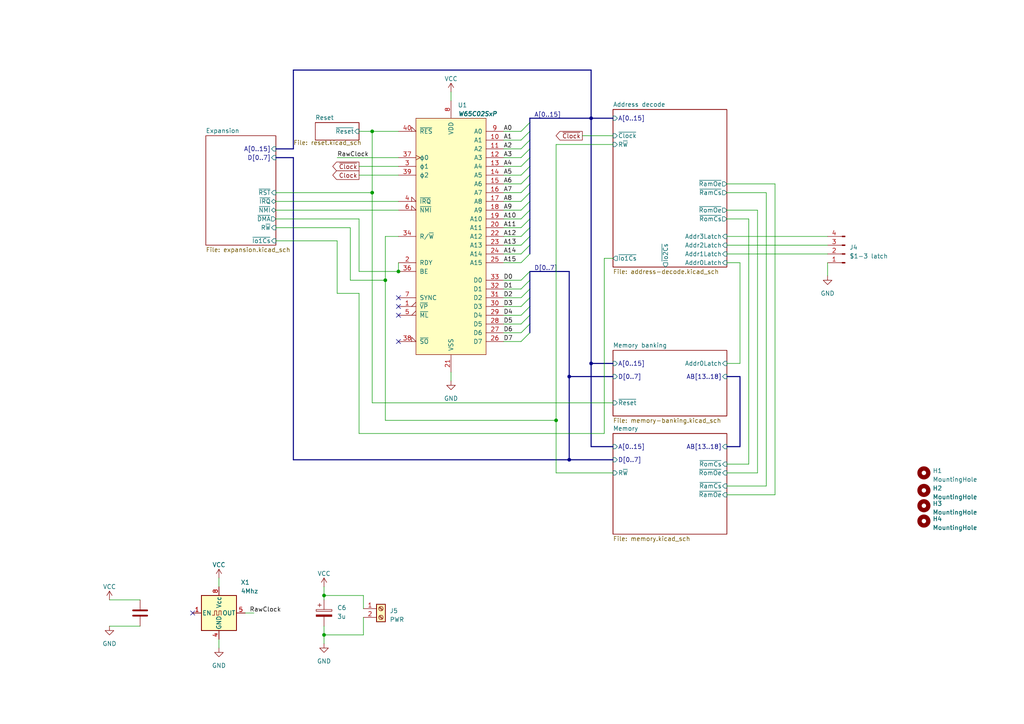
<source format=kicad_sch>
(kicad_sch (version 20230121) (generator eeschema)
  (paper "A4")
  (lib_symbols
    (symbol "65xx:W65C02SxP" (pin_names (offset 1.016))
      (property "Reference" "U" (at -10.16 35.56 0))
      (property "Value" "W65C02SxP" (at 0 0 90))
      (symbol "W65C02SxP_0_1"
        (rectangle (start -10.16 34.29) (end 10.16 -34.29) (fill (type background)))
      )
      (symbol "W65C02SxP_1_1"
        (pin output output_low (at -15.24 -20.32 0) (length 5.08) (name "~{VP}") (number "1"))
        (pin tri_state line (at 15.24 27.94 180) (length 5.08) (name "A1") (number "10"))
        (pin tri_state line (at 15.24 25.4 180) (length 5.08) (name "A2") (number "11"))
        (pin tri_state line (at 15.24 22.86 180) (length 5.08) (name "A3") (number "12"))
        (pin tri_state line (at 15.24 20.32 180) (length 5.08) (name "A4") (number "13"))
        (pin tri_state line (at 15.24 17.78 180) (length 5.08) (name "A5") (number "14"))
        (pin tri_state line (at 15.24 15.24 180) (length 5.08) (name "A6") (number "15"))
        (pin tri_state line (at 15.24 12.7 180) (length 5.08) (name "A7") (number "16"))
        (pin tri_state line (at 15.24 10.16 180) (length 5.08) (name "A8") (number "17"))
        (pin tri_state line (at 15.24 7.62 180) (length 5.08) (name "A9") (number "18"))
        (pin tri_state line (at 15.24 5.08 180) (length 5.08) (name "A10") (number "19"))
        (pin open_collector line (at -15.24 -7.62 0) (length 5.08) (name "RDY") (number "2"))
        (pin tri_state line (at 15.24 2.54 180) (length 5.08) (name "A11") (number "20"))
        (pin power_in line (at 0 -39.37 90) (length 5.08) (name "VSS") (number "21"))
        (pin tri_state line (at 15.24 0 180) (length 5.08) (name "A12") (number "22"))
        (pin tri_state line (at 15.24 -2.54 180) (length 5.08) (name "A13") (number "23"))
        (pin tri_state line (at 15.24 -5.08 180) (length 5.08) (name "A14") (number "24"))
        (pin tri_state line (at 15.24 -7.62 180) (length 5.08) (name "A15") (number "25"))
        (pin bidirectional line (at 15.24 -30.48 180) (length 5.08) (name "D7") (number "26"))
        (pin bidirectional line (at 15.24 -27.94 180) (length 5.08) (name "D6") (number "27"))
        (pin bidirectional line (at 15.24 -25.4 180) (length 5.08) (name "D5") (number "28"))
        (pin bidirectional line (at 15.24 -22.86 180) (length 5.08) (name "D4") (number "29"))
        (pin output line (at -15.24 20.32 0) (length 5.08) (name "ϕ1") (number "3"))
        (pin bidirectional line (at 15.24 -20.32 180) (length 5.08) (name "D3") (number "30"))
        (pin bidirectional line (at 15.24 -17.78 180) (length 5.08) (name "D2") (number "31"))
        (pin bidirectional line (at 15.24 -15.24 180) (length 5.08) (name "D1") (number "32"))
        (pin bidirectional line (at 15.24 -12.7 180) (length 5.08) (name "D0") (number "33"))
        (pin tri_state line (at -15.24 0 0) (length 5.08) (name "R/~{W}") (number "34"))
        (pin no_connect non_logic (at -10.16 -27.94 0) (length 2.54) hide (name "nc") (number "35"))
        (pin input line (at -15.24 -10.16 0) (length 5.08) (name "BE") (number "36"))
        (pin input clock (at -15.24 22.86 0) (length 5.08) (name "ϕ0") (number "37"))
        (pin input input_low (at -15.24 -30.48 0) (length 5.08) (name "~{SO}") (number "38"))
        (pin output line (at -15.24 17.78 0) (length 5.08) (name "ϕ2") (number "39"))
        (pin input input_low (at -15.24 10.16 0) (length 5.08) (name "~{IRQ}") (number "4"))
        (pin input input_low (at -15.24 30.48 0) (length 5.08) (name "~{RES}") (number "40"))
        (pin output output_low (at -15.24 -22.86 0) (length 5.08) (name "~{ML}") (number "5"))
        (pin input input_low (at -15.24 7.62 0) (length 5.08) (name "~{NMI}") (number "6"))
        (pin output line (at -15.24 -17.78 0) (length 5.08) (name "SYNC") (number "7"))
        (pin power_in line (at 0 39.37 270) (length 5.08) (name "VDD") (number "8"))
        (pin tri_state line (at 15.24 30.48 180) (length 5.08) (name "A0") (number "9"))
      )
    )
    (symbol "Connector:Conn_01x04_Pin" (pin_names (offset 1.016) hide)
      (property "Reference" "J" (at 0 5.08 0))
      (property "Value" "Conn_01x04_Pin" (at 0 -7.62 0))
      (symbol "Conn_01x04_Pin_1_1"
        (polyline (pts (xy 1.27 -5.08) (xy 0.8636 -5.08)) (stroke (width 0.1524)))
        (polyline (pts (xy 1.27 -2.54) (xy 0.8636 -2.54)) (stroke (width 0.1524)))
        (polyline (pts (xy 1.27 0) (xy 0.8636 0)) (stroke (width 0.1524)))
        (polyline (pts (xy 1.27 2.54) (xy 0.8636 2.54)) (stroke (width 0.1524)))
        (rectangle (start 0.8636 -4.953) (end 0 -5.207) (stroke (width 0.1524)) (fill (type outline)))
        (rectangle (start 0.8636 -2.413) (end 0 -2.667) (stroke (width 0.1524)) (fill (type outline)))
        (rectangle (start 0.8636 0.127) (end 0 -0.127) (stroke (width 0.1524)) (fill (type outline)))
        (rectangle (start 0.8636 2.667) (end 0 2.413) (stroke (width 0.1524)) (fill (type outline)))
        (pin passive line (at 5.08 2.54 180) (length 3.81) (name "Pin_1") (number "1"))
        (pin passive line (at 5.08 0 180) (length 3.81) (name "Pin_2") (number "2"))
        (pin passive line (at 5.08 -2.54 180) (length 3.81) (name "Pin_3") (number "3"))
        (pin passive line (at 5.08 -5.08 180) (length 3.81) (name "Pin_4") (number "4"))
      )
    )
    (symbol "Connector:Screw_Terminal_01x02" (pin_names (offset 1.016) hide)
      (property "Reference" "J" (at 0 2.54 0))
      (property "Value" "Screw_Terminal_01x02" (at 0 -5.08 0))
      (symbol "Screw_Terminal_01x02_1_1"
        (rectangle (start -1.27 1.27) (end 1.27 -3.81) (stroke (width 0.254)) (fill (type background)))
        (circle (center 0 -2.54) (radius 0.635) (stroke (width 0.1524)))
        (polyline (pts (xy -0.5334 -2.2098) (xy 0.3302 -3.048)) (stroke (width 0.1524)))
        (polyline (pts (xy -0.5334 0.3302) (xy 0.3302 -0.508)) (stroke (width 0.1524)))
        (polyline (pts (xy -0.3556 -2.032) (xy 0.508 -2.8702)) (stroke (width 0.1524)))
        (polyline (pts (xy -0.3556 0.508) (xy 0.508 -0.3302)) (stroke (width 0.1524)))
        (circle (center 0 0) (radius 0.635) (stroke (width 0.1524)))
        (pin passive line (at -5.08 0 0) (length 3.81) (name "Pin_1") (number "1"))
        (pin passive line (at -5.08 -2.54 0) (length 3.81) (name "Pin_2") (number "2"))
      )
    )
    (symbol "Device:C" (pin_numbers hide) (pin_names (offset 0.254))
      (property "Reference" "C" (at 0.635 2.54 0))
      (property "Value" "C" (at 0.635 -2.54 0))
      (symbol "C_0_1"
        (polyline (pts (xy -2.032 -0.762) (xy 2.032 -0.762)) (stroke (width 0.508)))
        (polyline (pts (xy -2.032 0.762) (xy 2.032 0.762)) (stroke (width 0.508)))
      )
      (symbol "C_1_1"
        (pin passive line (at 0 3.81 270) (length 2.794) (name "~") (number "1"))
        (pin passive line (at 0 -3.81 90) (length 2.794) (name "~") (number "2"))
      )
    )
    (symbol "Device:C_Polarized" (pin_numbers hide) (pin_names (offset 0.254))
      (property "Reference" "C" (at 0.635 2.54 0))
      (property "Value" "C_Polarized" (at 0.635 -2.54 0))
      (symbol "C_Polarized_0_1"
        (rectangle (start -2.286 0.508) (end 2.286 1.016))
        (polyline (pts (xy -1.778 2.286) (xy -0.762 2.286)))
        (polyline (pts (xy -1.27 2.794) (xy -1.27 1.778)))
        (rectangle (start 2.286 -0.508) (end -2.286 -1.016) (fill (type outline)))
      )
      (symbol "C_Polarized_1_1"
        (pin passive line (at 0 3.81 270) (length 2.794) (name "~") (number "1"))
        (pin passive line (at 0 -3.81 90) (length 2.794) (name "~") (number "2"))
      )
    )
    (symbol "Mechanical:MountingHole" (pin_names (offset 1.016))
      (property "Reference" "H" (at 0 5.08 0))
      (property "Value" "MountingHole" (at 0 3.175 0))
      (symbol "MountingHole_0_1"
        (circle (center 0 0) (radius 1.27) (stroke (width 1.27)))
      )
    )
    (symbol "Oscillator:CXO_DIP8" (pin_names (offset 0.254))
      (property "Reference" "X" (at -5.08 6.35 0))
      (property "Value" "CXO_DIP8" (at 1.27 -6.35 0))
      (symbol "CXO_DIP8_0_1"
        (rectangle (start -5.08 5.08) (end 5.08 -5.08) (stroke (width 0.254)) (fill (type background)))
        (polyline (pts (xy -1.905 -0.635) (xy -1.27 -0.635) (xy -1.27 0.635) (xy -0.635 0.635) (xy -0.635 -0.635) (xy 0 -0.635) (xy 0 0.635) (xy 0.635 0.635) (xy 0.635 -0.635)))
      )
      (symbol "CXO_DIP8_1_1"
        (pin input line (at -7.62 0 0) (length 2.54) (name "EN") (number "1"))
        (pin power_in line (at 0 -7.62 90) (length 2.54) (name "GND") (number "4"))
        (pin output line (at 7.62 0 180) (length 2.54) (name "OUT") (number "5"))
        (pin power_in line (at 0 7.62 270) (length 2.54) (name "Vcc") (number "8"))
      )
    )
    (symbol "power:GND" (power) (pin_names (offset 0))
      (property "Value" "GND" (at 0 -3.81 0))
      (symbol "GND_0_1"
        (polyline (pts (xy 0 0) (xy 0 -1.27) (xy 1.27 -1.27) (xy 0 -2.54) (xy -1.27 -1.27) (xy 0 -1.27)))
      )
      (symbol "GND_1_1"
        (pin power_in line (at 0 0 270) (length 0) hide (name "GND") (number "1"))
      )
    )
    (symbol "power:VCC" (power) (pin_names (offset 0))
      (property "Value" "VCC" (at 0 3.81 0))
      (symbol "VCC_0_1"
        (polyline (pts (xy -0.762 1.27) (xy 0 2.54)))
        (polyline (pts (xy 0 0) (xy 0 2.54)))
        (polyline (pts (xy 0 2.54) (xy 0.762 1.27)))
      )
      (symbol "VCC_1_1"
        (pin power_in line (at 0 0 90) (length 0) hide (name "VCC") (number "1"))
      )
    )
  )
  (junction (at 93.98 172.72))
  (junction (at 171.45 34.29))
  (junction (at 111.76 81.28))
  (junction (at 107.95 55.88))
  (junction (at 165.1 109.22))
  (junction (at 171.45 105.41))
  (junction (at 93.98 184.15))
  (junction (at 165.1 133.35))
  (junction (at 107.95 38.1))
  (junction (at 115.57 78.74))
  (junction (at 161.29 121.92))
  (no_connect (at 115.57 86.36))
  (no_connect (at 55.88 177.8))
  (no_connect (at 115.57 88.9))
  (no_connect (at 115.57 91.44))
  (no_connect (at 115.57 99.06))
  (bus_entry (at 153.67 78.74) (size -2.54 2.54))
  (bus_entry (at 153.67 66.04) (size -2.54 2.54))
  (bus_entry (at 153.67 71.12) (size -2.54 2.54))
  (bus_entry (at 153.67 96.52) (size -2.54 2.54))
  (bus_entry (at 153.67 73.66) (size -2.54 2.54))
  (bus_entry (at 153.67 58.42) (size -2.54 2.54))
  (bus_entry (at 153.67 38.1) (size -2.54 2.54))
  (bus_entry (at 153.67 68.58) (size -2.54 2.54))
  (bus_entry (at 153.67 43.18) (size -2.54 2.54))
  (bus_entry (at 153.67 88.9) (size -2.54 2.54))
  (bus_entry (at 153.67 40.64) (size -2.54 2.54))
  (bus_entry (at 153.67 55.88) (size -2.54 2.54))
  (bus_entry (at 153.67 86.36) (size -2.54 2.54))
  (bus_entry (at 153.67 60.96) (size -2.54 2.54))
  (bus_entry (at 153.67 83.82) (size -2.54 2.54))
  (bus_entry (at 153.67 93.98) (size -2.54 2.54))
  (bus_entry (at 153.67 81.28) (size -2.54 2.54))
  (bus_entry (at 153.67 50.8) (size -2.54 2.54))
  (bus_entry (at 153.67 35.56) (size -2.54 2.54))
  (bus_entry (at 153.67 91.44) (size -2.54 2.54))
  (bus_entry (at 153.67 48.26) (size -2.54 2.54))
  (bus_entry (at 153.67 63.5) (size -2.54 2.54))
  (bus_entry (at 153.67 45.72) (size -2.54 2.54))
  (bus_entry (at 153.67 53.34) (size -2.54 2.54))
  (wire (pts (xy 222.25 140.97) (xy 210.82 140.97)))
  (wire (pts (xy 161.29 137.16) (xy 177.8 137.16)))
  (wire (pts (xy 146.05 40.64) (xy 151.13 40.64)))
  (wire (pts (xy 210.82 55.88) (xy 222.25 55.88)))
  (wire (pts (xy 111.76 68.58) (xy 111.76 81.28)))
  (bus (pts (xy 85.09 45.72) (xy 80.01 45.72)))
  (wire (pts (xy 107.95 38.1) (xy 107.95 55.88)))
  (wire (pts (xy 146.05 63.5) (xy 151.13 63.5)))
  (wire (pts (xy 175.26 125.73) (xy 104.14 125.73)))
  (wire (pts (xy 130.81 26.67) (xy 130.81 29.21)))
  (bus (pts (xy 153.67 66.04) (xy 153.67 68.58)))
  (wire (pts (xy 80.01 55.88) (xy 107.95 55.88)))
  (wire (pts (xy 115.57 60.96) (xy 80.01 60.96)))
  (wire (pts (xy 111.76 81.28) (xy 111.76 121.92)))
  (bus (pts (xy 153.67 88.9) (xy 153.67 91.44)))
  (wire (pts (xy 97.79 85.09) (xy 97.79 69.85)))
  (bus (pts (xy 85.09 45.72) (xy 85.09 133.35)))
  (wire (pts (xy 240.03 80.01) (xy 240.03 76.2)))
  (wire (pts (xy 214.63 105.41) (xy 214.63 76.2)))
  (wire (pts (xy 80.01 58.42) (xy 115.57 58.42)))
  (wire (pts (xy 177.8 74.93) (xy 175.26 74.93)))
  (bus (pts (xy 153.67 55.88) (xy 153.67 58.42)))
  (wire (pts (xy 115.57 76.2) (xy 115.57 78.74)))
  (bus (pts (xy 153.67 71.12) (xy 153.67 73.66)))
  (bus (pts (xy 165.1 109.22) (xy 165.1 78.74)))
  (wire (pts (xy 224.79 53.34) (xy 224.79 143.51)))
  (bus (pts (xy 214.63 109.22) (xy 214.63 129.54)))
  (wire (pts (xy 146.05 50.8) (xy 151.13 50.8)))
  (bus (pts (xy 171.45 34.29) (xy 171.45 20.32)))
  (wire (pts (xy 146.05 99.06) (xy 151.13 99.06)))
  (bus (pts (xy 153.67 78.74) (xy 153.67 81.28)))
  (wire (pts (xy 73.66 177.8) (xy 71.12 177.8)))
  (wire (pts (xy 97.79 45.72) (xy 115.57 45.72)))
  (bus (pts (xy 153.67 40.64) (xy 153.67 43.18)))
  (wire (pts (xy 63.5 167.64) (xy 63.5 170.18)))
  (wire (pts (xy 31.75 173.99) (xy 40.64 173.99)))
  (wire (pts (xy 111.76 121.92) (xy 161.29 121.92)))
  (wire (pts (xy 115.57 78.74) (xy 104.14 78.74)))
  (wire (pts (xy 93.98 184.15) (xy 93.98 186.69)))
  (wire (pts (xy 146.05 91.44) (xy 151.13 91.44)))
  (wire (pts (xy 161.29 41.91) (xy 161.29 121.92)))
  (wire (pts (xy 146.05 48.26) (xy 151.13 48.26)))
  (wire (pts (xy 146.05 96.52) (xy 151.13 96.52)))
  (wire (pts (xy 101.6 81.28) (xy 111.76 81.28)))
  (wire (pts (xy 224.79 143.51) (xy 210.82 143.51)))
  (wire (pts (xy 130.81 110.49) (xy 130.81 107.95)))
  (bus (pts (xy 153.67 78.74) (xy 165.1 78.74)))
  (wire (pts (xy 104.14 38.1) (xy 107.95 38.1)))
  (bus (pts (xy 153.67 50.8) (xy 153.67 53.34)))
  (wire (pts (xy 146.05 53.34) (xy 151.13 53.34)))
  (bus (pts (xy 153.67 93.98) (xy 153.67 96.52)))
  (wire (pts (xy 104.14 85.09) (xy 97.79 85.09)))
  (wire (pts (xy 146.05 88.9) (xy 151.13 88.9)))
  (wire (pts (xy 146.05 55.88) (xy 151.13 55.88)))
  (bus (pts (xy 153.67 53.34) (xy 153.67 55.88)))
  (bus (pts (xy 153.67 45.72) (xy 153.67 48.26)))
  (wire (pts (xy 31.75 181.61) (xy 40.64 181.61)))
  (bus (pts (xy 153.67 83.82) (xy 153.67 86.36)))
  (wire (pts (xy 146.05 71.12) (xy 151.13 71.12)))
  (wire (pts (xy 107.95 38.1) (xy 115.57 38.1)))
  (wire (pts (xy 210.82 53.34) (xy 224.79 53.34)))
  (bus (pts (xy 153.67 34.29) (xy 171.45 34.29)))
  (wire (pts (xy 210.82 105.41) (xy 214.63 105.41)))
  (wire (pts (xy 105.41 172.72) (xy 105.41 176.53)))
  (bus (pts (xy 153.67 68.58) (xy 153.67 71.12)))
  (wire (pts (xy 107.95 55.88) (xy 107.95 116.84)))
  (wire (pts (xy 151.13 38.1) (xy 146.05 38.1)))
  (bus (pts (xy 171.45 34.29) (xy 171.45 105.41)))
  (wire (pts (xy 146.05 76.2) (xy 151.13 76.2)))
  (bus (pts (xy 153.67 63.5) (xy 153.67 66.04)))
  (bus (pts (xy 165.1 133.35) (xy 85.09 133.35)))
  (wire (pts (xy 217.17 63.5) (xy 217.17 134.62)))
  (bus (pts (xy 153.67 58.42) (xy 153.67 60.96)))
  (bus (pts (xy 171.45 34.29) (xy 177.8 34.29)))
  (bus (pts (xy 171.45 105.41) (xy 177.8 105.41)))
  (wire (pts (xy 146.05 73.66) (xy 151.13 73.66)))
  (wire (pts (xy 210.82 71.12) (xy 240.03 71.12)))
  (wire (pts (xy 214.63 76.2) (xy 210.82 76.2)))
  (wire (pts (xy 105.41 184.15) (xy 93.98 184.15)))
  (bus (pts (xy 153.67 35.56) (xy 153.67 38.1)))
  (wire (pts (xy 210.82 63.5) (xy 217.17 63.5)))
  (wire (pts (xy 115.57 68.58) (xy 111.76 68.58)))
  (wire (pts (xy 93.98 170.18) (xy 93.98 172.72)))
  (bus (pts (xy 165.1 109.22) (xy 165.1 133.35)))
  (wire (pts (xy 177.8 41.91) (xy 161.29 41.91)))
  (wire (pts (xy 219.71 137.16) (xy 210.82 137.16)))
  (wire (pts (xy 168.91 39.37) (xy 177.8 39.37)))
  (wire (pts (xy 161.29 121.92) (xy 161.29 137.16)))
  (bus (pts (xy 177.8 109.22) (xy 165.1 109.22)))
  (bus (pts (xy 171.45 129.54) (xy 171.45 105.41)))
  (wire (pts (xy 101.6 66.04) (xy 101.6 81.28)))
  (wire (pts (xy 105.41 179.07) (xy 105.41 184.15)))
  (wire (pts (xy 146.05 83.82) (xy 151.13 83.82)))
  (wire (pts (xy 146.05 58.42) (xy 151.13 58.42)))
  (wire (pts (xy 104.14 125.73) (xy 104.14 85.09)))
  (wire (pts (xy 93.98 172.72) (xy 93.98 173.99)))
  (wire (pts (xy 93.98 181.61) (xy 93.98 184.15)))
  (bus (pts (xy 165.1 133.35) (xy 177.8 133.35)))
  (wire (pts (xy 80.01 66.04) (xy 101.6 66.04)))
  (wire (pts (xy 104.14 48.26) (xy 115.57 48.26)))
  (wire (pts (xy 217.17 134.62) (xy 210.82 134.62)))
  (wire (pts (xy 151.13 81.28) (xy 146.05 81.28)))
  (wire (pts (xy 175.26 74.93) (xy 175.26 125.73)))
  (wire (pts (xy 80.01 63.5) (xy 104.14 63.5)))
  (bus (pts (xy 153.67 34.29) (xy 153.67 35.56)))
  (wire (pts (xy 222.25 55.88) (xy 222.25 140.97)))
  (wire (pts (xy 97.79 69.85) (xy 80.01 69.85)))
  (bus (pts (xy 153.67 86.36) (xy 153.67 88.9)))
  (wire (pts (xy 210.82 68.58) (xy 240.03 68.58)))
  (wire (pts (xy 63.5 187.96) (xy 63.5 185.42)))
  (wire (pts (xy 104.14 50.8) (xy 115.57 50.8)))
  (wire (pts (xy 146.05 60.96) (xy 151.13 60.96)))
  (wire (pts (xy 210.82 60.96) (xy 219.71 60.96)))
  (wire (pts (xy 107.95 116.84) (xy 177.8 116.84)))
  (bus (pts (xy 210.82 109.22) (xy 214.63 109.22)))
  (bus (pts (xy 153.67 81.28) (xy 153.67 83.82)))
  (wire (pts (xy 146.05 66.04) (xy 151.13 66.04)))
  (wire (pts (xy 104.14 63.5) (xy 104.14 78.74)))
  (bus (pts (xy 85.09 20.32) (xy 85.09 43.18)))
  (wire (pts (xy 146.05 86.36) (xy 151.13 86.36)))
  (bus (pts (xy 177.8 129.54) (xy 171.45 129.54)))
  (bus (pts (xy 153.67 91.44) (xy 153.67 93.98)))
  (wire (pts (xy 93.98 172.72) (xy 105.41 172.72)))
  (wire (pts (xy 219.71 60.96) (xy 219.71 137.16)))
  (wire (pts (xy 146.05 93.98) (xy 151.13 93.98)))
  (wire (pts (xy 146.05 43.18) (xy 151.13 43.18)))
  (bus (pts (xy 85.09 43.18) (xy 80.01 43.18)))
  (bus (pts (xy 153.67 60.96) (xy 153.67 63.5)))
  (bus (pts (xy 153.67 43.18) (xy 153.67 45.72)))
  (wire (pts (xy 146.05 68.58) (xy 151.13 68.58)))
  (bus (pts (xy 171.45 20.32) (xy 85.09 20.32)))
  (wire (pts (xy 210.82 73.66) (xy 240.03 73.66)))
  (wire (pts (xy 146.05 45.72) (xy 151.13 45.72)))
  (bus (pts (xy 153.67 38.1) (xy 153.67 40.64)))
  (bus (pts (xy 153.67 48.26) (xy 153.67 50.8)))
  (bus (pts (xy 214.63 129.54) (xy 210.82 129.54)))
  (label "A13" (at 146.05 71.12 0))
  (label "A0" (at 146.05 38.1 0))
  (label "A2" (at 146.05 43.18 0))
  (label "A11" (at 146.05 66.04 0))
  (label "RawClock" (at 97.79 45.72 0))
  (label "D[0..7]" (at 154.94 78.74 0))
  (label "D5" (at 146.05 93.98 0))
  (label "D1" (at 146.05 83.82 0))
  (label "A1" (at 146.05 40.64 0))
  (label "D2" (at 146.05 86.36 0))
  (label "A9" (at 146.05 60.96 0))
  (label "A7" (at 146.05 55.88 0))
  (label "A4" (at 146.05 48.26 0))
  (label "RawClock" (at 72.39 177.8 0))
  (label "D3" (at 146.05 88.9 0))
  (label "D7" (at 146.05 99.06 0))
  (label "A5" (at 146.05 50.8 0))
  (label "A3" (at 146.05 45.72 0))
  (label "A10" (at 146.05 63.5 0))
  (label "A15" (at 146.05 76.2 0))
  (label "A12" (at 146.05 68.58 0))
  (label "A6" (at 146.05 53.34 0))
  (label "A8" (at 146.05 58.42 0))
  (label "D6" (at 146.05 96.52 0))
  (label "A14" (at 146.05 73.66 0))
  (label "D4" (at 146.05 91.44 0))
  (label "A[0..15]" (at 154.94 34.29 0))
  (label "D0" (at 146.05 81.28 0))
  (global_label "Clock" (shape output) (at 104.14 50.8 180) (property "Intersheetrefs" "${INTERSHEET_REFS}" (effects hide)))
  (global_label "~{Clock}" (shape output) (at 104.14 48.26 180) (property "Intersheetrefs" "${INTERSHEET_REFS}" (effects hide)))
  (global_label "~{Clock}" (shape output) (at 168.91 39.37 180) (property "Intersheetrefs" "${INTERSHEET_REFS}" (effects hide)))
  (symbol (lib_id "Device:C") (at 40.64 177.8 0) (unit 1)
    (property "Reference" "C4" (effects hide))
    (property "Value" "100n" (effects hide))
    (property "Footprint" "Capacitor_THT:C_Disc_D6.0mm_W2.5mm_P5.00mm" (effects hide))
  )
  (symbol (lib_id "power:VCC") (at 130.81 26.67 0) (unit 1)
    (property "Reference" "#PWR01" (effects hide))
    (property "Value" "VCC" (at 130.81 22.86 0))
  )
  (symbol (lib_id "Connector:Conn_01x04_Pin") (at 245.11 73.66 180) (unit 1)
    (property "Reference" "J4" (at 246.38 71.755 0) (effects (justify right)))
    (property "Value" "$1-3 latch" (at 246.38 74.295 0) (effects (justify right)))
    (property "Footprint" "Connector_PinHeader_2.54mm:PinHeader_1x04_P2.54mm_Vertical" (effects hide))
  )
  (symbol (lib_id "65xx:W65C02SxP") (at 130.81 68.58 0) (unit 1)
    (property "Reference" "U1" (at 132.7659 30.48 0) (effects (justify left)))
    (property "Value" "W65C02SxP" (at 132.7659 33.02 0) (effects (font bold italic) (justify left)))
    (property "Footprint" "Package_DIP:DIP-40_W15.24mm" (effects hide))
    (property "Datasheet" "http://www.westerndesigncenter.com/wdc/documentation/w65c02s.pdf" (effects hide))
  )
  (symbol (lib_id "power:VCC") (at 63.5 167.64 0) (unit 1)
    (property "Reference" "#PWR011" (effects hide))
    (property "Value" "VCC" (at 63.5 163.83 0))
  )
  (symbol (lib_id "Mechanical:MountingHole") (at 267.97 137.16 0) (unit 1)
    (property "Reference" "H1" (at 270.51 136.525 0) (effects (justify left)))
    (property "Value" "MountingHole" (at 270.51 139.065 0) (effects (justify left)))
    (property "Footprint" "MountingHole:MountingHole_2.1mm" (effects hide))
  )
  (symbol (lib_id "Oscillator:CXO_DIP8") (at 63.5 177.8 0) (unit 1)
    (property "Reference" "X1" (at 71.12 168.91 0))
    (property "Value" "4Mhz" (at 72.39 171.45 0))
    (property "Footprint" "Oscillator:Oscillator_DIP-8" (effects hide))
    (property "Datasheet" "http://cdn-reichelt.de/documents/datenblatt/B400/OSZI.pdf" (effects hide))
  )
  (symbol (lib_id "Mechanical:MountingHole") (at 267.97 151.13 0) (unit 1)
    (property "Reference" "H4" (at 270.51 150.495 0) (effects (justify left)))
    (property "Value" "MountingHole" (at 270.51 153.035 0) (effects (justify left)))
    (property "Footprint" "MountingHole:MountingHole_2.1mm" (effects hide))
  )
  (symbol (lib_id "power:GND") (at 31.75 181.61 0) (unit 1)
    (property "Reference" "#PWR010" (effects hide))
    (property "Value" "GND" (at 31.75 186.69 0))
  )
  (symbol (lib_id "power:VCC") (at 31.75 173.99 0) (unit 1)
    (property "Reference" "#PWR09" (effects hide))
    (property "Value" "VCC" (at 31.75 170.18 0))
  )
  (symbol (lib_id "power:GND") (at 240.03 80.01 0) (unit 1)
    (property "Reference" "#PWR050" (effects hide))
    (property "Value" "GND" (at 240.03 85.09 0))
  )
  (symbol (lib_id "power:GND") (at 93.98 186.69 0) (unit 1)
    (property "Reference" "#PWR052" (effects hide))
    (property "Value" "GND" (at 93.98 191.77 0))
  )
  (symbol (lib_id "Mechanical:MountingHole") (at 267.97 142.24 0) (unit 1)
    (property "Reference" "H2" (at 270.51 141.605 0) (effects (justify left)))
    (property "Value" "MountingHole" (at 270.51 144.145 0) (effects (justify left)))
    (property "Footprint" "MountingHole:MountingHole_2.1mm" (effects hide))
  )
  (symbol (lib_id "power:GND") (at 130.81 110.49 0) (unit 1)
    (property "Reference" "#PWR02" (effects hide))
    (property "Value" "GND" (at 130.81 115.57 0))
  )
  (symbol (lib_id "Connector:Screw_Terminal_01x02") (at 110.49 176.53 0) (unit 1)
    (property "Reference" "J5" (at 113.03 177.165 0) (effects (justify left)))
    (property "Value" "PWR" (at 113.03 179.705 0) (effects (justify left)))
    (property "Footprint" "TerminalBlock:TerminalBlock_Altech_AK300-2_P5.00mm" (effects hide))
  )
  (symbol (lib_id "Mechanical:MountingHole") (at 267.97 146.685 0) (unit 1)
    (property "Reference" "H3" (at 270.51 146.05 0) (effects (justify left)))
    (property "Value" "MountingHole" (at 270.51 148.59 0) (effects (justify left)))
    (property "Footprint" "MountingHole:MountingHole_2.1mm" (effects hide))
  )
  (symbol (lib_id "power:GND") (at 63.5 187.96 0) (unit 1)
    (property "Reference" "#PWR012" (effects hide))
    (property "Value" "GND" (at 63.5 193.04 0))
  )
  (symbol (lib_id "power:VCC") (at 93.98 170.18 0) (unit 1)
    (property "Reference" "#PWR051" (effects hide))
    (property "Value" "VCC" (at 93.98 166.37 0))
  )
  (symbol (lib_id "Device:C_Polarized") (at 93.98 177.8 0) (unit 1)
    (property "Reference" "C6" (at 97.79 176.276 0) (effects (justify left)))
    (property "Value" "3u" (at 97.79 178.816 0) (effects (justify left)))
    (property "Footprint" "Capacitor_THT:CP_Radial_D8.0mm_P3.50mm" (effects hide))
  )
  (sheet (at 177.8 31.75) (size 33.02 45.72) (stroke (width 0.1524))
    (property "Sheetname" "Address decode" (at 177.8 31.0384 0) (effects (justify left bottom)))
    (property "Sheetfile" "address-decode.kicad_sch" (at 177.8 78.0546 0) (effects (justify left top)))
    (pin "A[0..15]" input (at 177.8 34.29 180))
    (pin "~{Clock}" input (at 177.8 39.37 180))
    (pin "Addr3Latch" input (at 210.82 68.58 0))
    (pin "Addr0Latch" input (at 210.82 76.2 0))
    (pin "Addr2Latch" input (at 210.82 71.12 0))
    (pin "Addr1Latch" input (at 210.82 73.66 0))
    (pin "R~{W}" input (at 177.8 41.91 180))
    (pin "~{RomOe}" output (at 210.82 60.96 0))
    (pin "~{Io2Cs}" output (at 193.04 77.47 270))
    (pin "~{Io1Cs}" output (at 177.8 74.93 180))
    (pin "~{RamCs}" output (at 210.82 55.88 0))
    (pin "~{RomCs}" output (at 210.82 63.5 0))
    (pin "~{RamOe}" output (at 210.82 53.34 0))
  )
  (sheet (at 177.8 125.73) (size 33.02 29.21) (stroke (width 0.1524))
    (property "Sheetname" "Memory" (at 177.8 125.0184 0) (effects (justify left bottom)))
    (property "Sheetfile" "memory.kicad_sch" (at 177.8 155.5246 0) (effects (justify left top)))
    (pin "D[0..7]" input (at 177.8 133.35 180))
    (pin "AB[13..18]" input (at 210.82 129.54 0))
    (pin "A[0..15]" input (at 177.8 129.54 180))
    (pin "~{RomCs}" input (at 210.82 134.62 0))
    (pin "~{RomOe}" input (at 210.82 137.16 0))
    (pin "~{RamOe}" input (at 210.82 143.51 0))
    (pin "~{RamCs}" input (at 210.82 140.97 0))
    (pin "R~{W}" input (at 177.8 137.16 180))
  )
  (sheet (at 91.44 35.56) (size 12.7 5.08) (stroke (width 0.1524))
    (property "Sheetname" "Reset" (at 91.44 34.8484 0) (effects (justify left bottom)))
    (property "Sheetfile" "reset.kicad_sch" (at 85.09 40.64 0) (effects (justify left top)))
    (pin "~{Reset}" input (at 104.14 38.1 0))
  )
  (sheet (at 177.8 101.6) (size 33.02 19.05) (stroke (width 0.1524))
    (property "Sheetname" "Memory banking" (at 177.8 100.8884 0) (effects (justify left bottom)))
    (property "Sheetfile" "memory-banking.kicad_sch" (at 177.8 121.2346 0) (effects (justify left top)))
    (pin "D[0..7]" input (at 177.8 109.22 180))
    (pin "AB[13..18]" input (at 210.82 109.22 0))
    (pin "A[0..15]" input (at 177.8 105.41 180))
    (pin "~{Reset}" input (at 177.8 116.84 180))
    (pin "Addr0Latch" input (at 210.82 105.41 0))
  )
  (sheet (at 59.69 39.37) (size 20.32 31.75) (stroke (width 0.1524))
    (property "Sheetname" "Expansion" (at 59.69 38.6584 0) (effects (justify left bottom)))
    (property "Sheetfile" "expansion.kicad_sch" (at 59.69 71.7046 0) (effects (justify left top)))
    (pin "A[0..15]" input (at 80.01 43.18 0))
    (pin "~{Io1Cs}" input (at 80.01 69.85 0))
    (pin "~{NMI}" bidirectional (at 80.01 60.96 0))
    (pin "~{IRQ}" bidirectional (at 80.01 58.42 0))
    (pin "~{DMA}" output (at 80.01 63.5 0))
    (pin "D[0..7]" input (at 80.01 45.72 0))
    (pin "~{RST}" input (at 80.01 55.88 0))
    (pin "R~{W}" input (at 80.01 66.04 0))
  )
)
</source>
